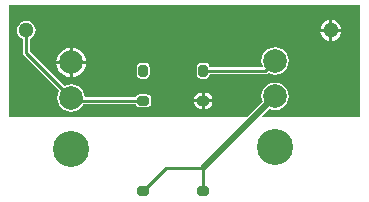
<source format=gtl>
G04*
G04 #@! TF.GenerationSoftware,Altium Limited,Altium Designer,18.1.6 (161)*
G04*
G04 Layer_Physical_Order=1*
G04 Layer_Color=255*
%FSLAX44Y44*%
%MOMM*%
G71*
G01*
G75*
%ADD10C,0.2540*%
%ADD19C,0.5000*%
%ADD20C,1.2800*%
G04:AMPARAMS|DCode=21|XSize=1mm|YSize=0.8mm|CornerRadius=0.2mm|HoleSize=0mm|Usage=FLASHONLY|Rotation=180.000|XOffset=0mm|YOffset=0mm|HoleType=Round|Shape=RoundedRectangle|*
%AMROUNDEDRECTD21*
21,1,1.0000,0.4000,0,0,180.0*
21,1,0.6000,0.8000,0,0,180.0*
1,1,0.4000,-0.3000,0.2000*
1,1,0.4000,0.3000,0.2000*
1,1,0.4000,0.3000,-0.2000*
1,1,0.4000,-0.3000,-0.2000*
%
%ADD21ROUNDEDRECTD21*%
G04:AMPARAMS|DCode=22|XSize=1mm|YSize=0.8mm|CornerRadius=0.2mm|HoleSize=0mm|Usage=FLASHONLY|Rotation=270.000|XOffset=0mm|YOffset=0mm|HoleType=Round|Shape=RoundedRectangle|*
%AMROUNDEDRECTD22*
21,1,1.0000,0.4000,0,0,270.0*
21,1,0.6000,0.8000,0,0,270.0*
1,1,0.4000,-0.2000,-0.3000*
1,1,0.4000,-0.2000,0.3000*
1,1,0.4000,0.2000,0.3000*
1,1,0.4000,0.2000,-0.3000*
%
%ADD22ROUNDEDRECTD22*%
%ADD23C,2.0000*%
%ADD24C,3.0480*%
G36*
X1020561Y825500D02*
X938372D01*
X937886Y826673D01*
X943973Y832760D01*
X945682Y832053D01*
X948690Y831657D01*
X951698Y832053D01*
X954502Y833214D01*
X956909Y835061D01*
X958756Y837468D01*
X959917Y840272D01*
X960313Y843280D01*
X959917Y846288D01*
X958756Y849092D01*
X956909Y851499D01*
X954502Y853346D01*
X951698Y854507D01*
X948690Y854903D01*
X945682Y854507D01*
X942878Y853346D01*
X940471Y851499D01*
X938624Y849092D01*
X937463Y846288D01*
X937067Y843280D01*
X937463Y840272D01*
X938170Y838563D01*
X925108Y825500D01*
X723149D01*
Y920750D01*
X1020561D01*
Y825500D01*
D02*
G37*
%LPC*%
G36*
X997140Y907970D02*
Y900430D01*
X1004680D01*
X1004541Y901483D01*
X1003644Y903648D01*
X1002218Y905508D01*
X1000358Y906934D01*
X998193Y907831D01*
X997140Y907970D01*
D02*
G37*
G36*
X994600D02*
X993547Y907831D01*
X991382Y906934D01*
X989522Y905508D01*
X988096Y903648D01*
X987199Y901483D01*
X987060Y900430D01*
X994600D01*
Y907970D01*
D02*
G37*
G36*
X1004680Y897890D02*
X997140D01*
Y890350D01*
X998193Y890489D01*
X1000358Y891386D01*
X1002218Y892812D01*
X1003644Y894672D01*
X1004541Y896837D01*
X1004680Y897890D01*
D02*
G37*
G36*
X994600D02*
X987060D01*
X987199Y896837D01*
X988096Y894672D01*
X989522Y892812D01*
X991382Y891386D01*
X993547Y890489D01*
X994600Y890350D01*
Y897890D01*
D02*
G37*
G36*
X777240Y884423D02*
Y873252D01*
X788411D01*
X788148Y875245D01*
X786889Y878286D01*
X784885Y880897D01*
X782274Y882901D01*
X779233Y884160D01*
X777240Y884423D01*
D02*
G37*
G36*
X774700D02*
X772707Y884160D01*
X769666Y882901D01*
X767055Y880897D01*
X765051Y878286D01*
X763792Y875245D01*
X763529Y873252D01*
X774700D01*
Y884423D01*
D02*
G37*
G36*
X948690Y884875D02*
X945682Y884479D01*
X942878Y883318D01*
X940471Y881471D01*
X938624Y879064D01*
X937463Y876260D01*
X937067Y873252D01*
X937463Y870244D01*
X938071Y868775D01*
X937365Y867719D01*
X893323D01*
Y867870D01*
X893049Y869245D01*
X892271Y870411D01*
X891105Y871189D01*
X889730Y871463D01*
X885730D01*
X884355Y871189D01*
X883189Y870411D01*
X882411Y869245D01*
X882137Y867870D01*
Y861870D01*
X882411Y860495D01*
X883189Y859329D01*
X884355Y858550D01*
X885730Y858277D01*
X889730D01*
X891105Y858550D01*
X892271Y859329D01*
X893049Y860495D01*
X893323Y861870D01*
Y862021D01*
X940308D01*
X940308Y862021D01*
X941398Y862238D01*
X942322Y862856D01*
X942750Y863284D01*
X942878Y863186D01*
X945682Y862025D01*
X948690Y861629D01*
X951698Y862025D01*
X954502Y863186D01*
X956909Y865033D01*
X958756Y867440D01*
X959917Y870244D01*
X960313Y873252D01*
X959917Y876260D01*
X958756Y879064D01*
X956909Y881471D01*
X954502Y883318D01*
X951698Y884479D01*
X948690Y884875D01*
D02*
G37*
G36*
X788411Y870712D02*
X777240D01*
Y859541D01*
X779233Y859804D01*
X782274Y861063D01*
X784885Y863067D01*
X786889Y865678D01*
X788148Y868719D01*
X788411Y870712D01*
D02*
G37*
G36*
X774700D02*
X763529D01*
X763792Y868719D01*
X765051Y865678D01*
X767055Y863067D01*
X769666Y861063D01*
X772707Y859804D01*
X774700Y859541D01*
Y870712D01*
D02*
G37*
G36*
X838930Y871463D02*
X834930D01*
X833555Y871189D01*
X832389Y870411D01*
X831610Y869245D01*
X831337Y867870D01*
Y861870D01*
X831610Y860495D01*
X832389Y859329D01*
X833555Y858550D01*
X834930Y858277D01*
X838930D01*
X840305Y858550D01*
X841471Y859329D01*
X842250Y860495D01*
X842523Y861870D01*
Y867870D01*
X842250Y869245D01*
X841471Y870411D01*
X840305Y871189D01*
X838930Y871463D01*
D02*
G37*
G36*
X890730Y846058D02*
X889000D01*
Y840740D01*
X895318D01*
Y841470D01*
X894969Y843226D01*
X893974Y844714D01*
X892486Y845709D01*
X890730Y846058D01*
D02*
G37*
G36*
X886460D02*
X884730D01*
X882974Y845709D01*
X881486Y844714D01*
X880491Y843226D01*
X880142Y841470D01*
Y840740D01*
X886460D01*
Y846058D01*
D02*
G37*
G36*
X737870Y907152D02*
X735801Y906880D01*
X733874Y906082D01*
X732219Y904811D01*
X730948Y903156D01*
X730150Y901229D01*
X729878Y899160D01*
X730150Y897091D01*
X730948Y895164D01*
X732219Y893509D01*
X733874Y892238D01*
X735021Y891763D01*
Y880110D01*
X735021Y880110D01*
X735238Y879020D01*
X735856Y878096D01*
X766002Y847950D01*
X765904Y847822D01*
X764743Y845018D01*
X764347Y842010D01*
X764743Y839002D01*
X765904Y836198D01*
X767751Y833791D01*
X770158Y831944D01*
X772962Y830783D01*
X775970Y830387D01*
X778978Y830783D01*
X781782Y831944D01*
X784189Y833791D01*
X786036Y836198D01*
X786211Y836621D01*
X830506D01*
X830611Y836095D01*
X831389Y834929D01*
X832555Y834150D01*
X833930Y833877D01*
X839930D01*
X841305Y834150D01*
X842471Y834929D01*
X843250Y836095D01*
X843523Y837470D01*
Y841470D01*
X843250Y842845D01*
X842471Y844011D01*
X841305Y844790D01*
X839930Y845063D01*
X833930D01*
X832555Y844790D01*
X831389Y844011D01*
X830611Y842845D01*
X830506Y842319D01*
X787553D01*
X787197Y845018D01*
X786036Y847822D01*
X784189Y850229D01*
X781782Y852076D01*
X778978Y853237D01*
X775970Y853633D01*
X772962Y853237D01*
X770158Y852076D01*
X770031Y851978D01*
X740719Y881290D01*
Y891763D01*
X741866Y892238D01*
X743521Y893509D01*
X744792Y895164D01*
X745590Y897091D01*
X745862Y899160D01*
X745590Y901229D01*
X744792Y903156D01*
X743521Y904811D01*
X741866Y906082D01*
X739939Y906880D01*
X737870Y907152D01*
D02*
G37*
G36*
X895318Y838200D02*
X889000D01*
Y832882D01*
X890730D01*
X892486Y833231D01*
X893974Y834226D01*
X894969Y835714D01*
X895318Y837470D01*
Y838200D01*
D02*
G37*
G36*
X886460D02*
X880142D01*
Y837470D01*
X880491Y835714D01*
X881486Y834226D01*
X882974Y833231D01*
X884730Y832882D01*
X886460D01*
Y838200D01*
D02*
G37*
%LPD*%
D10*
X778510Y839470D02*
X836930D01*
X775970Y842010D02*
X778510Y839470D01*
X887730Y763270D02*
Y782320D01*
X836930Y763270D02*
X855980Y782320D01*
X887730Y864870D02*
X940308D01*
X855980Y782320D02*
X887730D01*
X737870Y880110D02*
Y899160D01*
Y880110D02*
X775970Y842010D01*
X940308Y864870D02*
X948690Y873252D01*
D19*
X887730Y782320D02*
X948690Y843280D01*
D20*
X737870Y899160D02*
D03*
X995870D02*
D03*
D21*
X836930Y763270D02*
D03*
X887730D02*
D03*
X836930Y839470D02*
D03*
X887730D02*
D03*
D22*
Y864870D02*
D03*
X836930D02*
D03*
D23*
X775970Y871982D02*
D03*
Y842010D02*
D03*
X948690Y873252D02*
D03*
Y843280D02*
D03*
D24*
X775970Y798830D02*
D03*
X948690Y800100D02*
D03*
M02*

</source>
